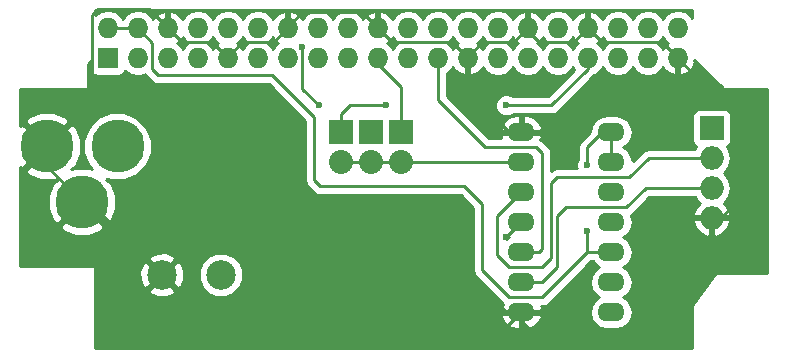
<source format=gbr>
G04 #@! TF.FileFunction,Copper,L1,Top,Signal*
%FSLAX46Y46*%
G04 Gerber Fmt 4.6, Leading zero omitted, Abs format (unit mm)*
G04 Created by KiCad (PCBNEW 4.0.6) date Thu Jul 20 07:37:46 2017*
%MOMM*%
%LPD*%
G01*
G04 APERTURE LIST*
%ADD10C,0.100000*%
%ADD11R,1.727200X1.727200*%
%ADD12O,1.727200X1.727200*%
%ADD13C,4.500000*%
%ADD14C,2.500000*%
%ADD15O,1.998980X1.998980*%
%ADD16R,1.998980X1.998980*%
%ADD17R,2.032000X2.032000*%
%ADD18O,2.032000X2.032000*%
%ADD19O,2.300000X1.600000*%
%ADD20C,0.600000*%
%ADD21C,0.250000*%
%ADD22C,0.254000*%
G04 APERTURE END LIST*
D10*
D11*
X20870000Y-29270000D03*
D12*
X20870000Y-26730000D03*
X23410000Y-29270000D03*
X23410000Y-26730000D03*
X25950000Y-29270000D03*
X25950000Y-26730000D03*
X28490000Y-29270000D03*
X28490000Y-26730000D03*
X31030000Y-29270000D03*
X31030000Y-26730000D03*
X33570000Y-29270000D03*
X33570000Y-26730000D03*
X36110000Y-29270000D03*
X36110000Y-26730000D03*
X38650000Y-29270000D03*
X38650000Y-26730000D03*
X41190000Y-29270000D03*
X41190000Y-26730000D03*
X43730000Y-29270000D03*
X43730000Y-26730000D03*
X46270000Y-29270000D03*
X46270000Y-26730000D03*
X48810000Y-29270000D03*
X48810000Y-26730000D03*
X51350000Y-29270000D03*
X51350000Y-26730000D03*
X53890000Y-29270000D03*
X53890000Y-26730000D03*
X56430000Y-29270000D03*
X56430000Y-26730000D03*
X58970000Y-29270000D03*
X58970000Y-26730000D03*
X61510000Y-29270000D03*
X61510000Y-26730000D03*
X64050000Y-29270000D03*
X64050000Y-26730000D03*
X66590000Y-29270000D03*
X66590000Y-26730000D03*
X69130000Y-29270000D03*
X69130000Y-26730000D03*
D13*
X21700140Y-36750000D03*
X15700660Y-36750000D03*
X18700400Y-41449000D03*
D14*
X25440000Y-47625000D03*
X30440000Y-47625000D03*
D15*
X72000000Y-42810000D03*
D16*
X72000000Y-35190000D03*
D15*
X72000000Y-37730000D03*
X72000000Y-40270000D03*
D17*
X45720000Y-35560000D03*
D18*
X45720000Y-38100000D03*
D17*
X40640000Y-35560000D03*
D18*
X40640000Y-38100000D03*
D17*
X43180000Y-35560000D03*
D18*
X43180000Y-38100000D03*
D19*
X55880000Y-35560000D03*
X55880000Y-38100000D03*
X55880000Y-40640000D03*
X55880000Y-43180000D03*
X55880000Y-45720000D03*
X55880000Y-48260000D03*
X55880000Y-50800000D03*
X63500000Y-50800000D03*
X63500000Y-48260000D03*
X63500000Y-45720000D03*
X63500000Y-43180000D03*
X63500000Y-40640000D03*
X63500000Y-38100000D03*
X63500000Y-35560000D03*
D20*
X54102000Y-50292000D03*
X54610000Y-44450000D03*
X61468000Y-43942000D03*
X61468000Y-38354000D03*
X54610000Y-33274000D03*
X44450000Y-33274000D03*
X37338000Y-28321000D03*
X38735000Y-33274000D03*
D21*
X18700400Y-41449000D02*
X19264000Y-41449000D01*
X19264000Y-41449000D02*
X25440000Y-47625000D01*
X25654000Y-52832000D02*
X25400000Y-52832000D01*
X55880000Y-50800000D02*
X53848000Y-52832000D01*
X25654000Y-52832000D02*
X53848000Y-52832000D01*
X24130000Y-48935000D02*
X25440000Y-47625000D01*
X24130000Y-51562000D02*
X24130000Y-48935000D01*
X25400000Y-52832000D02*
X24130000Y-51562000D01*
X15700660Y-36750000D02*
X15828000Y-36750000D01*
X15828000Y-36750000D02*
X19558000Y-33020000D01*
X24366000Y-25146000D02*
X25950000Y-26730000D01*
X20066000Y-25146000D02*
X24366000Y-25146000D01*
X19558000Y-25654000D02*
X20066000Y-25146000D01*
X19558000Y-33020000D02*
X19558000Y-25654000D01*
X55880000Y-43180000D02*
X54610000Y-44450000D01*
X54610000Y-50800000D02*
X55880000Y-50800000D01*
X54102000Y-50292000D02*
X54610000Y-50800000D01*
X55880000Y-50800000D02*
X55880000Y-51562000D01*
X55880000Y-51562000D02*
X57150000Y-52832000D01*
X72000000Y-47126000D02*
X72000000Y-42810000D01*
X66294000Y-52832000D02*
X72000000Y-47126000D01*
X57150000Y-52832000D02*
X66294000Y-52832000D01*
X15700660Y-36750000D02*
X15700660Y-38449260D01*
X15700660Y-38449260D02*
X18700400Y-41449000D01*
X72000000Y-42810000D02*
X72760000Y-42810000D01*
X72760000Y-42810000D02*
X73914000Y-41656000D01*
X73914000Y-41656000D02*
X73914000Y-34054000D01*
X73914000Y-34054000D02*
X69130000Y-29270000D01*
X61510000Y-26730000D02*
X61528000Y-26730000D01*
X61528000Y-26730000D02*
X62738000Y-27940000D01*
X67800000Y-27940000D02*
X69130000Y-29270000D01*
X62738000Y-27940000D02*
X67800000Y-27940000D01*
X56430000Y-26730000D02*
X56430000Y-26966000D01*
X56430000Y-26966000D02*
X57404000Y-27940000D01*
X60300000Y-27940000D02*
X61510000Y-26730000D01*
X57404000Y-27940000D02*
X60300000Y-27940000D01*
X51350000Y-29270000D02*
X51350000Y-29168000D01*
X51350000Y-29168000D02*
X52578000Y-27940000D01*
X55220000Y-27940000D02*
X56430000Y-26730000D01*
X52578000Y-27940000D02*
X55220000Y-27940000D01*
X43730000Y-26730000D02*
X43748000Y-26730000D01*
X43748000Y-26730000D02*
X44958000Y-27940000D01*
X50020000Y-27940000D02*
X51350000Y-29270000D01*
X44958000Y-27940000D02*
X50020000Y-27940000D01*
X36110000Y-26730000D02*
X36110000Y-26628000D01*
X36110000Y-26628000D02*
X37338000Y-25400000D01*
X42400000Y-25400000D02*
X43730000Y-26730000D01*
X37338000Y-25400000D02*
X42400000Y-25400000D01*
X31030000Y-29270000D02*
X31030000Y-29168000D01*
X31030000Y-29168000D02*
X32258000Y-27940000D01*
X34900000Y-27940000D02*
X36110000Y-26730000D01*
X32258000Y-27940000D02*
X34900000Y-27940000D01*
X25950000Y-26730000D02*
X25968000Y-26730000D01*
X25968000Y-26730000D02*
X27178000Y-27940000D01*
X27178000Y-27940000D02*
X29700000Y-27940000D01*
X29700000Y-27940000D02*
X31030000Y-29270000D01*
X55880000Y-35560000D02*
X54864000Y-35560000D01*
X54864000Y-35560000D02*
X51350000Y-32046000D01*
X51350000Y-32046000D02*
X51350000Y-29270000D01*
X63500000Y-35560000D02*
X62738000Y-35560000D01*
X62738000Y-35560000D02*
X61468000Y-36830000D01*
X61468000Y-43942000D02*
X61468000Y-45720000D01*
X61468000Y-36830000D02*
X61468000Y-38354000D01*
X63500000Y-35560000D02*
X63500000Y-38100000D01*
X23410000Y-26730000D02*
X20870000Y-26730000D01*
X63500000Y-45720000D02*
X61468000Y-45720000D01*
X24638000Y-27958000D02*
X23410000Y-26730000D01*
X24638000Y-30226000D02*
X24638000Y-27958000D01*
X25146000Y-30734000D02*
X24638000Y-30226000D01*
X34798000Y-30734000D02*
X25146000Y-30734000D01*
X38354000Y-34290000D02*
X34798000Y-30734000D01*
X38354000Y-39624000D02*
X38354000Y-34290000D01*
X38862000Y-40132000D02*
X38354000Y-39624000D01*
X51054000Y-40132000D02*
X38862000Y-40132000D01*
X52578000Y-41656000D02*
X51054000Y-40132000D01*
X52578000Y-47244000D02*
X52578000Y-41656000D01*
X54864000Y-49530000D02*
X52578000Y-47244000D01*
X57658000Y-49530000D02*
X54864000Y-49530000D01*
X61468000Y-45720000D02*
X57658000Y-49530000D01*
X40640000Y-35560000D02*
X40640000Y-34036000D01*
X61510000Y-30184000D02*
X61510000Y-29270000D01*
X58420000Y-33274000D02*
X61510000Y-30184000D01*
X54610000Y-33274000D02*
X58420000Y-33274000D01*
X41402000Y-33274000D02*
X44450000Y-33274000D01*
X40640000Y-34036000D02*
X41402000Y-33274000D01*
X37338000Y-31877000D02*
X37338000Y-28321000D01*
X38735000Y-33274000D02*
X37338000Y-31877000D01*
X45720000Y-35560000D02*
X45720000Y-31750000D01*
X45720000Y-31750000D02*
X43730000Y-29760000D01*
X43730000Y-29760000D02*
X43730000Y-29270000D01*
X55880000Y-45720000D02*
X57404000Y-45720000D01*
X48810000Y-32808000D02*
X48810000Y-29270000D01*
X52832000Y-36830000D02*
X48810000Y-32808000D01*
X57150000Y-36830000D02*
X52832000Y-36830000D01*
X57658000Y-37338000D02*
X57150000Y-36830000D01*
X57658000Y-45466000D02*
X57658000Y-37338000D01*
X57404000Y-45720000D02*
X57658000Y-45466000D01*
X40640000Y-38100000D02*
X43180000Y-38100000D01*
X43180000Y-38100000D02*
X45720000Y-38100000D01*
X45720000Y-38100000D02*
X55880000Y-38100000D01*
X72000000Y-37730000D02*
X66664000Y-37730000D01*
X53848000Y-42672000D02*
X55880000Y-40640000D01*
X53848000Y-45974000D02*
X53848000Y-42672000D01*
X54864000Y-46990000D02*
X53848000Y-45974000D01*
X57658000Y-46990000D02*
X54864000Y-46990000D01*
X58420000Y-46228000D02*
X57658000Y-46990000D01*
X58420000Y-39878000D02*
X58420000Y-46228000D01*
X58928000Y-39370000D02*
X58420000Y-39878000D01*
X65024000Y-39370000D02*
X58928000Y-39370000D01*
X66664000Y-37730000D02*
X65024000Y-39370000D01*
X72000000Y-40270000D02*
X66410000Y-40270000D01*
X57658000Y-48260000D02*
X55880000Y-48260000D01*
X58928000Y-46990000D02*
X57658000Y-48260000D01*
X58928000Y-42614002D02*
X58928000Y-46990000D01*
X59632002Y-41910000D02*
X58928000Y-42614002D01*
X64770000Y-41910000D02*
X59632002Y-41910000D01*
X66410000Y-40270000D02*
X64770000Y-41910000D01*
D22*
G36*
X51477000Y-29143000D02*
X51497000Y-29143000D01*
X51497000Y-29397000D01*
X51477000Y-29397000D01*
X51477000Y-30603817D01*
X51709026Y-30724958D01*
X52124947Y-30552688D01*
X52556821Y-30158490D01*
X52614336Y-30035772D01*
X52830330Y-30359029D01*
X53316511Y-30683885D01*
X53890000Y-30797959D01*
X54463489Y-30683885D01*
X54949670Y-30359029D01*
X55160000Y-30044248D01*
X55370330Y-30359029D01*
X55856511Y-30683885D01*
X56430000Y-30797959D01*
X57003489Y-30683885D01*
X57489670Y-30359029D01*
X57700000Y-30044248D01*
X57910330Y-30359029D01*
X58396511Y-30683885D01*
X58970000Y-30797959D01*
X59543489Y-30683885D01*
X60029670Y-30359029D01*
X60240000Y-30044248D01*
X60374162Y-30245036D01*
X58105198Y-32514000D01*
X55172463Y-32514000D01*
X55140327Y-32481808D01*
X54796799Y-32339162D01*
X54424833Y-32338838D01*
X54081057Y-32480883D01*
X53817808Y-32743673D01*
X53675162Y-33087201D01*
X53674838Y-33459167D01*
X53816883Y-33802943D01*
X54079673Y-34066192D01*
X54423201Y-34208838D01*
X54795167Y-34209162D01*
X55138943Y-34067117D01*
X55172118Y-34034000D01*
X58420000Y-34034000D01*
X58710839Y-33976148D01*
X58957401Y-33811401D01*
X62047401Y-30721401D01*
X62070779Y-30686413D01*
X62083489Y-30683885D01*
X62569670Y-30359029D01*
X62780000Y-30044248D01*
X62990330Y-30359029D01*
X63476511Y-30683885D01*
X64050000Y-30797959D01*
X64623489Y-30683885D01*
X65109670Y-30359029D01*
X65320000Y-30044248D01*
X65530330Y-30359029D01*
X66016511Y-30683885D01*
X66590000Y-30797959D01*
X67163489Y-30683885D01*
X67649670Y-30359029D01*
X67865664Y-30035772D01*
X67923179Y-30158490D01*
X68355053Y-30552688D01*
X68770974Y-30724958D01*
X69003000Y-30603817D01*
X69003000Y-29397000D01*
X68983000Y-29397000D01*
X68983000Y-29143000D01*
X69003000Y-29143000D01*
X69003000Y-29123000D01*
X69257000Y-29123000D01*
X69257000Y-29143000D01*
X69277000Y-29143000D01*
X69277000Y-29397000D01*
X69257000Y-29397000D01*
X69257000Y-30603817D01*
X69489026Y-30724958D01*
X69904947Y-30552688D01*
X70336821Y-30158490D01*
X70584968Y-29629027D01*
X70464470Y-29397002D01*
X70492396Y-29397002D01*
X72935197Y-31839803D01*
X72977211Y-31867666D01*
X73025000Y-31877000D01*
X76708000Y-31877000D01*
X76708000Y-47498000D01*
X72390000Y-47498000D01*
X72340590Y-47508006D01*
X72288400Y-47548800D01*
X70383400Y-50088800D01*
X70361759Y-50134332D01*
X70358000Y-50165000D01*
X70358000Y-53815000D01*
X19812000Y-53815000D01*
X19812000Y-51149039D01*
X54138096Y-51149039D01*
X54155633Y-51231819D01*
X54425500Y-51724896D01*
X54863517Y-52077166D01*
X55403000Y-52235000D01*
X55753000Y-52235000D01*
X55753000Y-50927000D01*
X56007000Y-50927000D01*
X56007000Y-52235000D01*
X56357000Y-52235000D01*
X56896483Y-52077166D01*
X57334500Y-51724896D01*
X57604367Y-51231819D01*
X57621904Y-51149039D01*
X57499915Y-50927000D01*
X56007000Y-50927000D01*
X55753000Y-50927000D01*
X54260085Y-50927000D01*
X54138096Y-51149039D01*
X19812000Y-51149039D01*
X19812000Y-48958320D01*
X24286285Y-48958320D01*
X24415533Y-49251123D01*
X25115806Y-49519388D01*
X25865435Y-49499250D01*
X26464467Y-49251123D01*
X26593715Y-48958320D01*
X25440000Y-47804605D01*
X24286285Y-48958320D01*
X19812000Y-48958320D01*
X19812000Y-47300806D01*
X23545612Y-47300806D01*
X23565750Y-48050435D01*
X23813877Y-48649467D01*
X24106680Y-48778715D01*
X25260395Y-47625000D01*
X25619605Y-47625000D01*
X26773320Y-48778715D01*
X27066123Y-48649467D01*
X27315574Y-47998305D01*
X28554674Y-47998305D01*
X28841043Y-48691372D01*
X29370839Y-49222093D01*
X30063405Y-49509672D01*
X30813305Y-49510326D01*
X31506372Y-49223957D01*
X32037093Y-48694161D01*
X32324672Y-48001595D01*
X32325326Y-47251695D01*
X32038957Y-46558628D01*
X31509161Y-46027907D01*
X30816595Y-45740328D01*
X30066695Y-45739674D01*
X29373628Y-46026043D01*
X28842907Y-46555839D01*
X28555328Y-47248405D01*
X28554674Y-47998305D01*
X27315574Y-47998305D01*
X27334388Y-47949194D01*
X27314250Y-47199565D01*
X27066123Y-46600533D01*
X26773320Y-46471285D01*
X25619605Y-47625000D01*
X25260395Y-47625000D01*
X24106680Y-46471285D01*
X23813877Y-46600533D01*
X23545612Y-47300806D01*
X19812000Y-47300806D01*
X19812000Y-46990000D01*
X19801994Y-46940590D01*
X19773553Y-46898965D01*
X19731159Y-46871685D01*
X19685000Y-46863000D01*
X13462000Y-46863000D01*
X13462000Y-46291680D01*
X24286285Y-46291680D01*
X25440000Y-47445395D01*
X26593715Y-46291680D01*
X26464467Y-45998877D01*
X25764194Y-45730612D01*
X25014565Y-45750750D01*
X24415533Y-45998877D01*
X24286285Y-46291680D01*
X13462000Y-46291680D01*
X13462000Y-43504467D01*
X16824538Y-43504467D01*
X17075775Y-43901169D01*
X18137846Y-44336227D01*
X19285562Y-44331730D01*
X20325025Y-43901169D01*
X20576262Y-43504467D01*
X18700400Y-41628605D01*
X16824538Y-43504467D01*
X13462000Y-43504467D01*
X13462000Y-38805467D01*
X13824798Y-38805467D01*
X14076035Y-39202169D01*
X15138106Y-39637227D01*
X16285822Y-39632730D01*
X16581887Y-39510095D01*
X16644931Y-39573139D01*
X16248231Y-39824375D01*
X15813173Y-40886446D01*
X15817670Y-42034162D01*
X16248231Y-43073625D01*
X16644933Y-43324862D01*
X18520795Y-41449000D01*
X18506653Y-41434858D01*
X18686258Y-41255253D01*
X18700400Y-41269395D01*
X18714543Y-41255253D01*
X18894148Y-41434858D01*
X18880005Y-41449000D01*
X20755867Y-43324862D01*
X21152569Y-43073625D01*
X21587627Y-42011554D01*
X21583130Y-40863838D01*
X21152569Y-39824375D01*
X20755869Y-39573139D01*
X20820454Y-39508554D01*
X21123760Y-39634498D01*
X22271484Y-39635499D01*
X23332226Y-39197210D01*
X24144497Y-38386355D01*
X24584638Y-37326380D01*
X24585639Y-36178656D01*
X24147350Y-35117914D01*
X23336495Y-34305643D01*
X22276520Y-33865502D01*
X21128796Y-33864501D01*
X20068054Y-34302790D01*
X19255783Y-35113645D01*
X18815642Y-36173620D01*
X18814641Y-37321344D01*
X19252930Y-38382086D01*
X19549462Y-38679136D01*
X19262954Y-38561773D01*
X18115238Y-38566270D01*
X17819173Y-38688905D01*
X17756129Y-38625861D01*
X18152829Y-38374625D01*
X18587887Y-37312554D01*
X18583390Y-36164838D01*
X18152829Y-35125375D01*
X17756127Y-34874138D01*
X15880265Y-36750000D01*
X15894408Y-36764143D01*
X15714803Y-36943748D01*
X15700660Y-36929605D01*
X13824798Y-38805467D01*
X13462000Y-38805467D01*
X13462000Y-38509843D01*
X13645193Y-38625862D01*
X15521055Y-36750000D01*
X13645193Y-34874138D01*
X13462000Y-34990157D01*
X13462000Y-34694533D01*
X13824798Y-34694533D01*
X15700660Y-36570395D01*
X17576522Y-34694533D01*
X17325285Y-34297831D01*
X16263214Y-33862773D01*
X15115498Y-33867270D01*
X14076035Y-34297831D01*
X13824798Y-34694533D01*
X13462000Y-34694533D01*
X13462000Y-31877000D01*
X19050000Y-31877000D01*
X19099410Y-31866994D01*
X19141035Y-31838553D01*
X19168315Y-31796159D01*
X19177000Y-31750000D01*
X19177000Y-29874980D01*
X19358960Y-29511060D01*
X19358960Y-30133600D01*
X19403238Y-30368917D01*
X19542310Y-30585041D01*
X19754510Y-30730031D01*
X20006400Y-30781040D01*
X21733600Y-30781040D01*
X21968917Y-30736762D01*
X22185041Y-30597690D01*
X22330031Y-30385490D01*
X22338864Y-30341869D01*
X22350330Y-30359029D01*
X22836511Y-30683885D01*
X23410000Y-30797959D01*
X23983489Y-30683885D01*
X24027721Y-30654330D01*
X24100599Y-30763401D01*
X24608599Y-31271401D01*
X24855161Y-31436148D01*
X25146000Y-31494000D01*
X34483198Y-31494000D01*
X37594000Y-34604802D01*
X37594000Y-39624000D01*
X37651852Y-39914839D01*
X37816599Y-40161401D01*
X38324599Y-40669401D01*
X38571161Y-40834148D01*
X38862000Y-40892000D01*
X50739198Y-40892000D01*
X51818000Y-41970802D01*
X51818000Y-47244000D01*
X51875852Y-47534839D01*
X52040599Y-47781401D01*
X54322498Y-50063300D01*
X54155633Y-50368181D01*
X54138096Y-50450961D01*
X54260085Y-50673000D01*
X55753000Y-50673000D01*
X55753000Y-50653000D01*
X56007000Y-50653000D01*
X56007000Y-50673000D01*
X57499915Y-50673000D01*
X57621904Y-50450961D01*
X57604367Y-50368181D01*
X57561578Y-50290000D01*
X57658000Y-50290000D01*
X57948839Y-50232148D01*
X58195401Y-50067401D01*
X61782802Y-46480000D01*
X61930148Y-46480000D01*
X62100332Y-46734698D01*
X62482418Y-46990000D01*
X62100332Y-47245302D01*
X61789263Y-47710849D01*
X61680030Y-48260000D01*
X61789263Y-48809151D01*
X62100332Y-49274698D01*
X62482418Y-49530000D01*
X62100332Y-49785302D01*
X61789263Y-50250849D01*
X61680030Y-50800000D01*
X61789263Y-51349151D01*
X62100332Y-51814698D01*
X62565879Y-52125767D01*
X63115030Y-52235000D01*
X63884970Y-52235000D01*
X64434121Y-52125767D01*
X64899668Y-51814698D01*
X65210737Y-51349151D01*
X65319970Y-50800000D01*
X65210737Y-50250849D01*
X64899668Y-49785302D01*
X64517582Y-49530000D01*
X64899668Y-49274698D01*
X65210737Y-48809151D01*
X65319970Y-48260000D01*
X65210737Y-47710849D01*
X64899668Y-47245302D01*
X64517582Y-46990000D01*
X64899668Y-46734698D01*
X65210737Y-46269151D01*
X65319970Y-45720000D01*
X65210737Y-45170849D01*
X64899668Y-44705302D01*
X64517582Y-44450000D01*
X64899668Y-44194698D01*
X65210737Y-43729151D01*
X65317910Y-43190355D01*
X70410373Y-43190355D01*
X70676932Y-43769726D01*
X71144916Y-44202987D01*
X71619646Y-44399619D01*
X71873000Y-44280265D01*
X71873000Y-42937000D01*
X72127000Y-42937000D01*
X72127000Y-44280265D01*
X72380354Y-44399619D01*
X72855084Y-44202987D01*
X73323068Y-43769726D01*
X73589627Y-43190355D01*
X73470807Y-42937000D01*
X72127000Y-42937000D01*
X71873000Y-42937000D01*
X70529193Y-42937000D01*
X70410373Y-43190355D01*
X65317910Y-43190355D01*
X65319970Y-43180000D01*
X65210737Y-42630849D01*
X65155831Y-42548677D01*
X65307401Y-42447401D01*
X66724802Y-41030000D01*
X70558407Y-41030000D01*
X70844241Y-41457781D01*
X70993300Y-41557379D01*
X70676932Y-41850274D01*
X70410373Y-42429645D01*
X70529193Y-42683000D01*
X71873000Y-42683000D01*
X71873000Y-42663000D01*
X72127000Y-42663000D01*
X72127000Y-42683000D01*
X73470807Y-42683000D01*
X73589627Y-42429645D01*
X73323068Y-41850274D01*
X73006700Y-41557379D01*
X73155759Y-41457781D01*
X73510072Y-40927514D01*
X73634490Y-40302022D01*
X73634490Y-40237978D01*
X73510072Y-39612486D01*
X73155759Y-39082219D01*
X73032710Y-39000000D01*
X73155759Y-38917781D01*
X73510072Y-38387514D01*
X73634490Y-37762022D01*
X73634490Y-37697978D01*
X73510072Y-37072486D01*
X73296547Y-36752923D01*
X73450931Y-36653580D01*
X73595921Y-36441380D01*
X73646930Y-36189490D01*
X73646930Y-34190510D01*
X73602652Y-33955193D01*
X73463580Y-33739069D01*
X73251380Y-33594079D01*
X72999490Y-33543070D01*
X71000510Y-33543070D01*
X70765193Y-33587348D01*
X70549069Y-33726420D01*
X70404079Y-33938620D01*
X70353070Y-34190510D01*
X70353070Y-36189490D01*
X70397348Y-36424807D01*
X70536420Y-36640931D01*
X70702473Y-36754390D01*
X70558407Y-36970000D01*
X66664000Y-36970000D01*
X66373160Y-37027852D01*
X66126599Y-37192599D01*
X65303251Y-38015947D01*
X65210737Y-37550849D01*
X64899668Y-37085302D01*
X64517582Y-36830000D01*
X64899668Y-36574698D01*
X65210737Y-36109151D01*
X65319970Y-35560000D01*
X65210737Y-35010849D01*
X64899668Y-34545302D01*
X64434121Y-34234233D01*
X63884970Y-34125000D01*
X63115030Y-34125000D01*
X62565879Y-34234233D01*
X62100332Y-34545302D01*
X61789263Y-35010849D01*
X61684209Y-35538989D01*
X60930599Y-36292599D01*
X60765852Y-36539161D01*
X60708000Y-36830000D01*
X60708000Y-37791537D01*
X60675808Y-37823673D01*
X60533162Y-38167201D01*
X60532838Y-38539167D01*
X60562106Y-38610000D01*
X58928000Y-38610000D01*
X58637161Y-38667852D01*
X58637159Y-38667853D01*
X58637160Y-38667853D01*
X58418000Y-38814290D01*
X58418000Y-37338000D01*
X58360148Y-37047161D01*
X58195401Y-36800599D01*
X57687401Y-36292599D01*
X57506062Y-36171433D01*
X57604367Y-35991819D01*
X57621904Y-35909039D01*
X57499915Y-35687000D01*
X56007000Y-35687000D01*
X56007000Y-35707000D01*
X55753000Y-35707000D01*
X55753000Y-35687000D01*
X54260085Y-35687000D01*
X54138096Y-35909039D01*
X54155633Y-35991819D01*
X54198422Y-36070000D01*
X53146802Y-36070000D01*
X52287763Y-35210961D01*
X54138096Y-35210961D01*
X54260085Y-35433000D01*
X55753000Y-35433000D01*
X55753000Y-34125000D01*
X56007000Y-34125000D01*
X56007000Y-35433000D01*
X57499915Y-35433000D01*
X57621904Y-35210961D01*
X57604367Y-35128181D01*
X57334500Y-34635104D01*
X56896483Y-34282834D01*
X56357000Y-34125000D01*
X56007000Y-34125000D01*
X55753000Y-34125000D01*
X55403000Y-34125000D01*
X54863517Y-34282834D01*
X54425500Y-34635104D01*
X54155633Y-35128181D01*
X54138096Y-35210961D01*
X52287763Y-35210961D01*
X49570000Y-32493198D01*
X49570000Y-30559262D01*
X49869670Y-30359029D01*
X50085664Y-30035772D01*
X50143179Y-30158490D01*
X50575053Y-30552688D01*
X50990974Y-30724958D01*
X51223000Y-30603817D01*
X51223000Y-29397000D01*
X51203000Y-29397000D01*
X51203000Y-29143000D01*
X51223000Y-29143000D01*
X51223000Y-29123000D01*
X51477000Y-29123000D01*
X51477000Y-29143000D01*
X51477000Y-29143000D01*
G37*
X51477000Y-29143000D02*
X51497000Y-29143000D01*
X51497000Y-29397000D01*
X51477000Y-29397000D01*
X51477000Y-30603817D01*
X51709026Y-30724958D01*
X52124947Y-30552688D01*
X52556821Y-30158490D01*
X52614336Y-30035772D01*
X52830330Y-30359029D01*
X53316511Y-30683885D01*
X53890000Y-30797959D01*
X54463489Y-30683885D01*
X54949670Y-30359029D01*
X55160000Y-30044248D01*
X55370330Y-30359029D01*
X55856511Y-30683885D01*
X56430000Y-30797959D01*
X57003489Y-30683885D01*
X57489670Y-30359029D01*
X57700000Y-30044248D01*
X57910330Y-30359029D01*
X58396511Y-30683885D01*
X58970000Y-30797959D01*
X59543489Y-30683885D01*
X60029670Y-30359029D01*
X60240000Y-30044248D01*
X60374162Y-30245036D01*
X58105198Y-32514000D01*
X55172463Y-32514000D01*
X55140327Y-32481808D01*
X54796799Y-32339162D01*
X54424833Y-32338838D01*
X54081057Y-32480883D01*
X53817808Y-32743673D01*
X53675162Y-33087201D01*
X53674838Y-33459167D01*
X53816883Y-33802943D01*
X54079673Y-34066192D01*
X54423201Y-34208838D01*
X54795167Y-34209162D01*
X55138943Y-34067117D01*
X55172118Y-34034000D01*
X58420000Y-34034000D01*
X58710839Y-33976148D01*
X58957401Y-33811401D01*
X62047401Y-30721401D01*
X62070779Y-30686413D01*
X62083489Y-30683885D01*
X62569670Y-30359029D01*
X62780000Y-30044248D01*
X62990330Y-30359029D01*
X63476511Y-30683885D01*
X64050000Y-30797959D01*
X64623489Y-30683885D01*
X65109670Y-30359029D01*
X65320000Y-30044248D01*
X65530330Y-30359029D01*
X66016511Y-30683885D01*
X66590000Y-30797959D01*
X67163489Y-30683885D01*
X67649670Y-30359029D01*
X67865664Y-30035772D01*
X67923179Y-30158490D01*
X68355053Y-30552688D01*
X68770974Y-30724958D01*
X69003000Y-30603817D01*
X69003000Y-29397000D01*
X68983000Y-29397000D01*
X68983000Y-29143000D01*
X69003000Y-29143000D01*
X69003000Y-29123000D01*
X69257000Y-29123000D01*
X69257000Y-29143000D01*
X69277000Y-29143000D01*
X69277000Y-29397000D01*
X69257000Y-29397000D01*
X69257000Y-30603817D01*
X69489026Y-30724958D01*
X69904947Y-30552688D01*
X70336821Y-30158490D01*
X70584968Y-29629027D01*
X70464470Y-29397002D01*
X70492396Y-29397002D01*
X72935197Y-31839803D01*
X72977211Y-31867666D01*
X73025000Y-31877000D01*
X76708000Y-31877000D01*
X76708000Y-47498000D01*
X72390000Y-47498000D01*
X72340590Y-47508006D01*
X72288400Y-47548800D01*
X70383400Y-50088800D01*
X70361759Y-50134332D01*
X70358000Y-50165000D01*
X70358000Y-53815000D01*
X19812000Y-53815000D01*
X19812000Y-51149039D01*
X54138096Y-51149039D01*
X54155633Y-51231819D01*
X54425500Y-51724896D01*
X54863517Y-52077166D01*
X55403000Y-52235000D01*
X55753000Y-52235000D01*
X55753000Y-50927000D01*
X56007000Y-50927000D01*
X56007000Y-52235000D01*
X56357000Y-52235000D01*
X56896483Y-52077166D01*
X57334500Y-51724896D01*
X57604367Y-51231819D01*
X57621904Y-51149039D01*
X57499915Y-50927000D01*
X56007000Y-50927000D01*
X55753000Y-50927000D01*
X54260085Y-50927000D01*
X54138096Y-51149039D01*
X19812000Y-51149039D01*
X19812000Y-48958320D01*
X24286285Y-48958320D01*
X24415533Y-49251123D01*
X25115806Y-49519388D01*
X25865435Y-49499250D01*
X26464467Y-49251123D01*
X26593715Y-48958320D01*
X25440000Y-47804605D01*
X24286285Y-48958320D01*
X19812000Y-48958320D01*
X19812000Y-47300806D01*
X23545612Y-47300806D01*
X23565750Y-48050435D01*
X23813877Y-48649467D01*
X24106680Y-48778715D01*
X25260395Y-47625000D01*
X25619605Y-47625000D01*
X26773320Y-48778715D01*
X27066123Y-48649467D01*
X27315574Y-47998305D01*
X28554674Y-47998305D01*
X28841043Y-48691372D01*
X29370839Y-49222093D01*
X30063405Y-49509672D01*
X30813305Y-49510326D01*
X31506372Y-49223957D01*
X32037093Y-48694161D01*
X32324672Y-48001595D01*
X32325326Y-47251695D01*
X32038957Y-46558628D01*
X31509161Y-46027907D01*
X30816595Y-45740328D01*
X30066695Y-45739674D01*
X29373628Y-46026043D01*
X28842907Y-46555839D01*
X28555328Y-47248405D01*
X28554674Y-47998305D01*
X27315574Y-47998305D01*
X27334388Y-47949194D01*
X27314250Y-47199565D01*
X27066123Y-46600533D01*
X26773320Y-46471285D01*
X25619605Y-47625000D01*
X25260395Y-47625000D01*
X24106680Y-46471285D01*
X23813877Y-46600533D01*
X23545612Y-47300806D01*
X19812000Y-47300806D01*
X19812000Y-46990000D01*
X19801994Y-46940590D01*
X19773553Y-46898965D01*
X19731159Y-46871685D01*
X19685000Y-46863000D01*
X13462000Y-46863000D01*
X13462000Y-46291680D01*
X24286285Y-46291680D01*
X25440000Y-47445395D01*
X26593715Y-46291680D01*
X26464467Y-45998877D01*
X25764194Y-45730612D01*
X25014565Y-45750750D01*
X24415533Y-45998877D01*
X24286285Y-46291680D01*
X13462000Y-46291680D01*
X13462000Y-43504467D01*
X16824538Y-43504467D01*
X17075775Y-43901169D01*
X18137846Y-44336227D01*
X19285562Y-44331730D01*
X20325025Y-43901169D01*
X20576262Y-43504467D01*
X18700400Y-41628605D01*
X16824538Y-43504467D01*
X13462000Y-43504467D01*
X13462000Y-38805467D01*
X13824798Y-38805467D01*
X14076035Y-39202169D01*
X15138106Y-39637227D01*
X16285822Y-39632730D01*
X16581887Y-39510095D01*
X16644931Y-39573139D01*
X16248231Y-39824375D01*
X15813173Y-40886446D01*
X15817670Y-42034162D01*
X16248231Y-43073625D01*
X16644933Y-43324862D01*
X18520795Y-41449000D01*
X18506653Y-41434858D01*
X18686258Y-41255253D01*
X18700400Y-41269395D01*
X18714543Y-41255253D01*
X18894148Y-41434858D01*
X18880005Y-41449000D01*
X20755867Y-43324862D01*
X21152569Y-43073625D01*
X21587627Y-42011554D01*
X21583130Y-40863838D01*
X21152569Y-39824375D01*
X20755869Y-39573139D01*
X20820454Y-39508554D01*
X21123760Y-39634498D01*
X22271484Y-39635499D01*
X23332226Y-39197210D01*
X24144497Y-38386355D01*
X24584638Y-37326380D01*
X24585639Y-36178656D01*
X24147350Y-35117914D01*
X23336495Y-34305643D01*
X22276520Y-33865502D01*
X21128796Y-33864501D01*
X20068054Y-34302790D01*
X19255783Y-35113645D01*
X18815642Y-36173620D01*
X18814641Y-37321344D01*
X19252930Y-38382086D01*
X19549462Y-38679136D01*
X19262954Y-38561773D01*
X18115238Y-38566270D01*
X17819173Y-38688905D01*
X17756129Y-38625861D01*
X18152829Y-38374625D01*
X18587887Y-37312554D01*
X18583390Y-36164838D01*
X18152829Y-35125375D01*
X17756127Y-34874138D01*
X15880265Y-36750000D01*
X15894408Y-36764143D01*
X15714803Y-36943748D01*
X15700660Y-36929605D01*
X13824798Y-38805467D01*
X13462000Y-38805467D01*
X13462000Y-38509843D01*
X13645193Y-38625862D01*
X15521055Y-36750000D01*
X13645193Y-34874138D01*
X13462000Y-34990157D01*
X13462000Y-34694533D01*
X13824798Y-34694533D01*
X15700660Y-36570395D01*
X17576522Y-34694533D01*
X17325285Y-34297831D01*
X16263214Y-33862773D01*
X15115498Y-33867270D01*
X14076035Y-34297831D01*
X13824798Y-34694533D01*
X13462000Y-34694533D01*
X13462000Y-31877000D01*
X19050000Y-31877000D01*
X19099410Y-31866994D01*
X19141035Y-31838553D01*
X19168315Y-31796159D01*
X19177000Y-31750000D01*
X19177000Y-29874980D01*
X19358960Y-29511060D01*
X19358960Y-30133600D01*
X19403238Y-30368917D01*
X19542310Y-30585041D01*
X19754510Y-30730031D01*
X20006400Y-30781040D01*
X21733600Y-30781040D01*
X21968917Y-30736762D01*
X22185041Y-30597690D01*
X22330031Y-30385490D01*
X22338864Y-30341869D01*
X22350330Y-30359029D01*
X22836511Y-30683885D01*
X23410000Y-30797959D01*
X23983489Y-30683885D01*
X24027721Y-30654330D01*
X24100599Y-30763401D01*
X24608599Y-31271401D01*
X24855161Y-31436148D01*
X25146000Y-31494000D01*
X34483198Y-31494000D01*
X37594000Y-34604802D01*
X37594000Y-39624000D01*
X37651852Y-39914839D01*
X37816599Y-40161401D01*
X38324599Y-40669401D01*
X38571161Y-40834148D01*
X38862000Y-40892000D01*
X50739198Y-40892000D01*
X51818000Y-41970802D01*
X51818000Y-47244000D01*
X51875852Y-47534839D01*
X52040599Y-47781401D01*
X54322498Y-50063300D01*
X54155633Y-50368181D01*
X54138096Y-50450961D01*
X54260085Y-50673000D01*
X55753000Y-50673000D01*
X55753000Y-50653000D01*
X56007000Y-50653000D01*
X56007000Y-50673000D01*
X57499915Y-50673000D01*
X57621904Y-50450961D01*
X57604367Y-50368181D01*
X57561578Y-50290000D01*
X57658000Y-50290000D01*
X57948839Y-50232148D01*
X58195401Y-50067401D01*
X61782802Y-46480000D01*
X61930148Y-46480000D01*
X62100332Y-46734698D01*
X62482418Y-46990000D01*
X62100332Y-47245302D01*
X61789263Y-47710849D01*
X61680030Y-48260000D01*
X61789263Y-48809151D01*
X62100332Y-49274698D01*
X62482418Y-49530000D01*
X62100332Y-49785302D01*
X61789263Y-50250849D01*
X61680030Y-50800000D01*
X61789263Y-51349151D01*
X62100332Y-51814698D01*
X62565879Y-52125767D01*
X63115030Y-52235000D01*
X63884970Y-52235000D01*
X64434121Y-52125767D01*
X64899668Y-51814698D01*
X65210737Y-51349151D01*
X65319970Y-50800000D01*
X65210737Y-50250849D01*
X64899668Y-49785302D01*
X64517582Y-49530000D01*
X64899668Y-49274698D01*
X65210737Y-48809151D01*
X65319970Y-48260000D01*
X65210737Y-47710849D01*
X64899668Y-47245302D01*
X64517582Y-46990000D01*
X64899668Y-46734698D01*
X65210737Y-46269151D01*
X65319970Y-45720000D01*
X65210737Y-45170849D01*
X64899668Y-44705302D01*
X64517582Y-44450000D01*
X64899668Y-44194698D01*
X65210737Y-43729151D01*
X65317910Y-43190355D01*
X70410373Y-43190355D01*
X70676932Y-43769726D01*
X71144916Y-44202987D01*
X71619646Y-44399619D01*
X71873000Y-44280265D01*
X71873000Y-42937000D01*
X72127000Y-42937000D01*
X72127000Y-44280265D01*
X72380354Y-44399619D01*
X72855084Y-44202987D01*
X73323068Y-43769726D01*
X73589627Y-43190355D01*
X73470807Y-42937000D01*
X72127000Y-42937000D01*
X71873000Y-42937000D01*
X70529193Y-42937000D01*
X70410373Y-43190355D01*
X65317910Y-43190355D01*
X65319970Y-43180000D01*
X65210737Y-42630849D01*
X65155831Y-42548677D01*
X65307401Y-42447401D01*
X66724802Y-41030000D01*
X70558407Y-41030000D01*
X70844241Y-41457781D01*
X70993300Y-41557379D01*
X70676932Y-41850274D01*
X70410373Y-42429645D01*
X70529193Y-42683000D01*
X71873000Y-42683000D01*
X71873000Y-42663000D01*
X72127000Y-42663000D01*
X72127000Y-42683000D01*
X73470807Y-42683000D01*
X73589627Y-42429645D01*
X73323068Y-41850274D01*
X73006700Y-41557379D01*
X73155759Y-41457781D01*
X73510072Y-40927514D01*
X73634490Y-40302022D01*
X73634490Y-40237978D01*
X73510072Y-39612486D01*
X73155759Y-39082219D01*
X73032710Y-39000000D01*
X73155759Y-38917781D01*
X73510072Y-38387514D01*
X73634490Y-37762022D01*
X73634490Y-37697978D01*
X73510072Y-37072486D01*
X73296547Y-36752923D01*
X73450931Y-36653580D01*
X73595921Y-36441380D01*
X73646930Y-36189490D01*
X73646930Y-34190510D01*
X73602652Y-33955193D01*
X73463580Y-33739069D01*
X73251380Y-33594079D01*
X72999490Y-33543070D01*
X71000510Y-33543070D01*
X70765193Y-33587348D01*
X70549069Y-33726420D01*
X70404079Y-33938620D01*
X70353070Y-34190510D01*
X70353070Y-36189490D01*
X70397348Y-36424807D01*
X70536420Y-36640931D01*
X70702473Y-36754390D01*
X70558407Y-36970000D01*
X66664000Y-36970000D01*
X66373160Y-37027852D01*
X66126599Y-37192599D01*
X65303251Y-38015947D01*
X65210737Y-37550849D01*
X64899668Y-37085302D01*
X64517582Y-36830000D01*
X64899668Y-36574698D01*
X65210737Y-36109151D01*
X65319970Y-35560000D01*
X65210737Y-35010849D01*
X64899668Y-34545302D01*
X64434121Y-34234233D01*
X63884970Y-34125000D01*
X63115030Y-34125000D01*
X62565879Y-34234233D01*
X62100332Y-34545302D01*
X61789263Y-35010849D01*
X61684209Y-35538989D01*
X60930599Y-36292599D01*
X60765852Y-36539161D01*
X60708000Y-36830000D01*
X60708000Y-37791537D01*
X60675808Y-37823673D01*
X60533162Y-38167201D01*
X60532838Y-38539167D01*
X60562106Y-38610000D01*
X58928000Y-38610000D01*
X58637161Y-38667852D01*
X58637159Y-38667853D01*
X58637160Y-38667853D01*
X58418000Y-38814290D01*
X58418000Y-37338000D01*
X58360148Y-37047161D01*
X58195401Y-36800599D01*
X57687401Y-36292599D01*
X57506062Y-36171433D01*
X57604367Y-35991819D01*
X57621904Y-35909039D01*
X57499915Y-35687000D01*
X56007000Y-35687000D01*
X56007000Y-35707000D01*
X55753000Y-35707000D01*
X55753000Y-35687000D01*
X54260085Y-35687000D01*
X54138096Y-35909039D01*
X54155633Y-35991819D01*
X54198422Y-36070000D01*
X53146802Y-36070000D01*
X52287763Y-35210961D01*
X54138096Y-35210961D01*
X54260085Y-35433000D01*
X55753000Y-35433000D01*
X55753000Y-34125000D01*
X56007000Y-34125000D01*
X56007000Y-35433000D01*
X57499915Y-35433000D01*
X57621904Y-35210961D01*
X57604367Y-35128181D01*
X57334500Y-34635104D01*
X56896483Y-34282834D01*
X56357000Y-34125000D01*
X56007000Y-34125000D01*
X55753000Y-34125000D01*
X55403000Y-34125000D01*
X54863517Y-34282834D01*
X54425500Y-34635104D01*
X54155633Y-35128181D01*
X54138096Y-35210961D01*
X52287763Y-35210961D01*
X49570000Y-32493198D01*
X49570000Y-30559262D01*
X49869670Y-30359029D01*
X50085664Y-30035772D01*
X50143179Y-30158490D01*
X50575053Y-30552688D01*
X50990974Y-30724958D01*
X51223000Y-30603817D01*
X51223000Y-29397000D01*
X51203000Y-29397000D01*
X51203000Y-29143000D01*
X51223000Y-29143000D01*
X51223000Y-29123000D01*
X51477000Y-29123000D01*
X51477000Y-29143000D01*
G36*
X54858151Y-44452851D02*
X54608000Y-44619997D01*
X54608000Y-44251669D01*
X54858151Y-44452851D01*
X54858151Y-44452851D01*
G37*
X54858151Y-44452851D02*
X54608000Y-44619997D01*
X54608000Y-44251669D01*
X54858151Y-44452851D01*
G36*
X56007000Y-43053000D02*
X56027000Y-43053000D01*
X56027000Y-43307000D01*
X56007000Y-43307000D01*
X56007000Y-43327000D01*
X55753000Y-43327000D01*
X55753000Y-43307000D01*
X55733000Y-43307000D01*
X55733000Y-43053000D01*
X55753000Y-43053000D01*
X55753000Y-43033000D01*
X56007000Y-43033000D01*
X56007000Y-43053000D01*
X56007000Y-43053000D01*
G37*
X56007000Y-43053000D02*
X56027000Y-43053000D01*
X56027000Y-43307000D01*
X56007000Y-43307000D01*
X56007000Y-43327000D01*
X55753000Y-43327000D01*
X55753000Y-43307000D01*
X55733000Y-43307000D01*
X55733000Y-43053000D01*
X55753000Y-43053000D01*
X55753000Y-43033000D01*
X56007000Y-43033000D01*
X56007000Y-43053000D01*
G36*
X31157000Y-29143000D02*
X31177000Y-29143000D01*
X31177000Y-29397000D01*
X31157000Y-29397000D01*
X31157000Y-29417000D01*
X30903000Y-29417000D01*
X30903000Y-29397000D01*
X30883000Y-29397000D01*
X30883000Y-29143000D01*
X30903000Y-29143000D01*
X30903000Y-29123000D01*
X31157000Y-29123000D01*
X31157000Y-29143000D01*
X31157000Y-29143000D01*
G37*
X31157000Y-29143000D02*
X31177000Y-29143000D01*
X31177000Y-29397000D01*
X31157000Y-29397000D01*
X31157000Y-29417000D01*
X30903000Y-29417000D01*
X30903000Y-29397000D01*
X30883000Y-29397000D01*
X30883000Y-29143000D01*
X30903000Y-29143000D01*
X30903000Y-29123000D01*
X31157000Y-29123000D01*
X31157000Y-29143000D01*
G36*
X52830330Y-27819029D02*
X53101172Y-28000000D01*
X52830330Y-28180971D01*
X52614336Y-28504228D01*
X52556821Y-28381510D01*
X52138839Y-27999992D01*
X52409670Y-27819029D01*
X52620000Y-27504248D01*
X52830330Y-27819029D01*
X52830330Y-27819029D01*
G37*
X52830330Y-27819029D02*
X53101172Y-28000000D01*
X52830330Y-28180971D01*
X52614336Y-28504228D01*
X52556821Y-28381510D01*
X52138839Y-27999992D01*
X52409670Y-27819029D01*
X52620000Y-27504248D01*
X52830330Y-27819029D01*
G36*
X50290330Y-27819029D02*
X50561161Y-27999992D01*
X50143179Y-28381510D01*
X50085664Y-28504228D01*
X49869670Y-28180971D01*
X49598828Y-28000000D01*
X49869670Y-27819029D01*
X50080000Y-27504248D01*
X50290330Y-27819029D01*
X50290330Y-27819029D01*
G37*
X50290330Y-27819029D02*
X50561161Y-27999992D01*
X50143179Y-28381510D01*
X50085664Y-28504228D01*
X49869670Y-28180971D01*
X49598828Y-28000000D01*
X49869670Y-27819029D01*
X50080000Y-27504248D01*
X50290330Y-27819029D01*
G36*
X29970330Y-27819029D02*
X30241161Y-27999992D01*
X29823179Y-28381510D01*
X29765664Y-28504228D01*
X29549670Y-28180971D01*
X29278828Y-28000000D01*
X29549670Y-27819029D01*
X29760000Y-27504248D01*
X29970330Y-27819029D01*
X29970330Y-27819029D01*
G37*
X29970330Y-27819029D02*
X30241161Y-27999992D01*
X29823179Y-28381510D01*
X29765664Y-28504228D01*
X29549670Y-28180971D01*
X29278828Y-28000000D01*
X29549670Y-27819029D01*
X29760000Y-27504248D01*
X29970330Y-27819029D01*
G36*
X68070330Y-27819029D02*
X68341161Y-27999992D01*
X67923179Y-28381510D01*
X67865664Y-28504228D01*
X67649670Y-28180971D01*
X67378828Y-28000000D01*
X67649670Y-27819029D01*
X67860000Y-27504248D01*
X68070330Y-27819029D01*
X68070330Y-27819029D01*
G37*
X68070330Y-27819029D02*
X68341161Y-27999992D01*
X67923179Y-28381510D01*
X67865664Y-28504228D01*
X67649670Y-28180971D01*
X67378828Y-28000000D01*
X67649670Y-27819029D01*
X67860000Y-27504248D01*
X68070330Y-27819029D01*
G36*
X32510330Y-27819029D02*
X32781172Y-28000000D01*
X32510330Y-28180971D01*
X32294336Y-28504228D01*
X32236821Y-28381510D01*
X31818839Y-27999992D01*
X32089670Y-27819029D01*
X32300000Y-27504248D01*
X32510330Y-27819029D01*
X32510330Y-27819029D01*
G37*
X32510330Y-27819029D02*
X32781172Y-28000000D01*
X32510330Y-28180971D01*
X32294336Y-28504228D01*
X32236821Y-28381510D01*
X31818839Y-27999992D01*
X32089670Y-27819029D01*
X32300000Y-27504248D01*
X32510330Y-27819029D01*
G36*
X60303179Y-27618490D02*
X60721161Y-28000008D01*
X60450330Y-28180971D01*
X60240000Y-28495752D01*
X60029670Y-28180971D01*
X59758828Y-28000000D01*
X60029670Y-27819029D01*
X60245664Y-27495772D01*
X60303179Y-27618490D01*
X60303179Y-27618490D01*
G37*
X60303179Y-27618490D02*
X60721161Y-28000008D01*
X60450330Y-28180971D01*
X60240000Y-28495752D01*
X60029670Y-28180971D01*
X59758828Y-28000000D01*
X60029670Y-27819029D01*
X60245664Y-27495772D01*
X60303179Y-27618490D01*
G36*
X57910330Y-27819029D02*
X58181172Y-28000000D01*
X57910330Y-28180971D01*
X57700000Y-28495752D01*
X57489670Y-28180971D01*
X57218839Y-28000008D01*
X57636821Y-27618490D01*
X57694336Y-27495772D01*
X57910330Y-27819029D01*
X57910330Y-27819029D01*
G37*
X57910330Y-27819029D02*
X58181172Y-28000000D01*
X57910330Y-28180971D01*
X57700000Y-28495752D01*
X57489670Y-28180971D01*
X57218839Y-28000008D01*
X57636821Y-27618490D01*
X57694336Y-27495772D01*
X57910330Y-27819029D01*
G36*
X55223179Y-27618490D02*
X55641161Y-28000008D01*
X55370330Y-28180971D01*
X55160000Y-28495752D01*
X54949670Y-28180971D01*
X54678828Y-28000000D01*
X54949670Y-27819029D01*
X55165664Y-27495772D01*
X55223179Y-27618490D01*
X55223179Y-27618490D01*
G37*
X55223179Y-27618490D02*
X55641161Y-28000008D01*
X55370330Y-28180971D01*
X55160000Y-28495752D01*
X54949670Y-28180971D01*
X54678828Y-28000000D01*
X54949670Y-27819029D01*
X55165664Y-27495772D01*
X55223179Y-27618490D01*
G36*
X45210330Y-27819029D02*
X45481172Y-28000000D01*
X45210330Y-28180971D01*
X45000000Y-28495752D01*
X44789670Y-28180971D01*
X44518839Y-28000008D01*
X44936821Y-27618490D01*
X44994336Y-27495772D01*
X45210330Y-27819029D01*
X45210330Y-27819029D01*
G37*
X45210330Y-27819029D02*
X45481172Y-28000000D01*
X45210330Y-28180971D01*
X45000000Y-28495752D01*
X44789670Y-28180971D01*
X44518839Y-28000008D01*
X44936821Y-27618490D01*
X44994336Y-27495772D01*
X45210330Y-27819029D01*
G36*
X34903179Y-27618490D02*
X35321161Y-28000008D01*
X35050330Y-28180971D01*
X34840000Y-28495752D01*
X34629670Y-28180971D01*
X34358828Y-28000000D01*
X34629670Y-27819029D01*
X34845664Y-27495772D01*
X34903179Y-27618490D01*
X34903179Y-27618490D01*
G37*
X34903179Y-27618490D02*
X35321161Y-28000008D01*
X35050330Y-28180971D01*
X34840000Y-28495752D01*
X34629670Y-28180971D01*
X34358828Y-28000000D01*
X34629670Y-27819029D01*
X34845664Y-27495772D01*
X34903179Y-27618490D01*
G36*
X27430330Y-27819029D02*
X27701172Y-28000000D01*
X27430330Y-28180971D01*
X27220000Y-28495752D01*
X27009670Y-28180971D01*
X26738839Y-28000008D01*
X27156821Y-27618490D01*
X27214336Y-27495772D01*
X27430330Y-27819029D01*
X27430330Y-27819029D01*
G37*
X27430330Y-27819029D02*
X27701172Y-28000000D01*
X27430330Y-28180971D01*
X27220000Y-28495752D01*
X27009670Y-28180971D01*
X26738839Y-28000008D01*
X27156821Y-27618490D01*
X27214336Y-27495772D01*
X27430330Y-27819029D01*
G36*
X62990330Y-27819029D02*
X63261172Y-28000000D01*
X62990330Y-28180971D01*
X62780000Y-28495752D01*
X62569670Y-28180971D01*
X62298839Y-28000008D01*
X62716821Y-27618490D01*
X62774336Y-27495772D01*
X62990330Y-27819029D01*
X62990330Y-27819029D01*
G37*
X62990330Y-27819029D02*
X63261172Y-28000000D01*
X62990330Y-28180971D01*
X62780000Y-28495752D01*
X62569670Y-28180971D01*
X62298839Y-28000008D01*
X62716821Y-27618490D01*
X62774336Y-27495772D01*
X62990330Y-27819029D01*
G36*
X70358000Y-25892894D02*
X70189670Y-25640971D01*
X69703489Y-25316115D01*
X69130000Y-25202041D01*
X68556511Y-25316115D01*
X68070330Y-25640971D01*
X67860000Y-25955752D01*
X67649670Y-25640971D01*
X67163489Y-25316115D01*
X66590000Y-25202041D01*
X66016511Y-25316115D01*
X65530330Y-25640971D01*
X65320000Y-25955752D01*
X65109670Y-25640971D01*
X64623489Y-25316115D01*
X64050000Y-25202041D01*
X63476511Y-25316115D01*
X62990330Y-25640971D01*
X62774336Y-25964228D01*
X62716821Y-25841510D01*
X62284947Y-25447312D01*
X61869026Y-25275042D01*
X61637000Y-25396183D01*
X61637000Y-26603000D01*
X61657000Y-26603000D01*
X61657000Y-26857000D01*
X61637000Y-26857000D01*
X61637000Y-26877000D01*
X61383000Y-26877000D01*
X61383000Y-26857000D01*
X61363000Y-26857000D01*
X61363000Y-26603000D01*
X61383000Y-26603000D01*
X61383000Y-25396183D01*
X61150974Y-25275042D01*
X60735053Y-25447312D01*
X60303179Y-25841510D01*
X60245664Y-25964228D01*
X60029670Y-25640971D01*
X59543489Y-25316115D01*
X58970000Y-25202041D01*
X58396511Y-25316115D01*
X57910330Y-25640971D01*
X57694336Y-25964228D01*
X57636821Y-25841510D01*
X57204947Y-25447312D01*
X56789026Y-25275042D01*
X56557000Y-25396183D01*
X56557000Y-26603000D01*
X56577000Y-26603000D01*
X56577000Y-26857000D01*
X56557000Y-26857000D01*
X56557000Y-26877000D01*
X56303000Y-26877000D01*
X56303000Y-26857000D01*
X56283000Y-26857000D01*
X56283000Y-26603000D01*
X56303000Y-26603000D01*
X56303000Y-25396183D01*
X56070974Y-25275042D01*
X55655053Y-25447312D01*
X55223179Y-25841510D01*
X55165664Y-25964228D01*
X54949670Y-25640971D01*
X54463489Y-25316115D01*
X53890000Y-25202041D01*
X53316511Y-25316115D01*
X52830330Y-25640971D01*
X52620000Y-25955752D01*
X52409670Y-25640971D01*
X51923489Y-25316115D01*
X51350000Y-25202041D01*
X50776511Y-25316115D01*
X50290330Y-25640971D01*
X50080000Y-25955752D01*
X49869670Y-25640971D01*
X49383489Y-25316115D01*
X48810000Y-25202041D01*
X48236511Y-25316115D01*
X47750330Y-25640971D01*
X47540000Y-25955752D01*
X47329670Y-25640971D01*
X46843489Y-25316115D01*
X46270000Y-25202041D01*
X45696511Y-25316115D01*
X45210330Y-25640971D01*
X44994336Y-25964228D01*
X44936821Y-25841510D01*
X44504947Y-25447312D01*
X44089026Y-25275042D01*
X43857000Y-25396183D01*
X43857000Y-26603000D01*
X43877000Y-26603000D01*
X43877000Y-26857000D01*
X43857000Y-26857000D01*
X43857000Y-26877000D01*
X43603000Y-26877000D01*
X43603000Y-26857000D01*
X43583000Y-26857000D01*
X43583000Y-26603000D01*
X43603000Y-26603000D01*
X43603000Y-25396183D01*
X43370974Y-25275042D01*
X42955053Y-25447312D01*
X42523179Y-25841510D01*
X42465664Y-25964228D01*
X42249670Y-25640971D01*
X41763489Y-25316115D01*
X41190000Y-25202041D01*
X40616511Y-25316115D01*
X40130330Y-25640971D01*
X39920000Y-25955752D01*
X39709670Y-25640971D01*
X39223489Y-25316115D01*
X38650000Y-25202041D01*
X38076511Y-25316115D01*
X37590330Y-25640971D01*
X37374336Y-25964228D01*
X37316821Y-25841510D01*
X36884947Y-25447312D01*
X36469026Y-25275042D01*
X36237000Y-25396183D01*
X36237000Y-26603000D01*
X36257000Y-26603000D01*
X36257000Y-26857000D01*
X36237000Y-26857000D01*
X36237000Y-26877000D01*
X35983000Y-26877000D01*
X35983000Y-26857000D01*
X35963000Y-26857000D01*
X35963000Y-26603000D01*
X35983000Y-26603000D01*
X35983000Y-25396183D01*
X35750974Y-25275042D01*
X35335053Y-25447312D01*
X34903179Y-25841510D01*
X34845664Y-25964228D01*
X34629670Y-25640971D01*
X34143489Y-25316115D01*
X33570000Y-25202041D01*
X32996511Y-25316115D01*
X32510330Y-25640971D01*
X32300000Y-25955752D01*
X32089670Y-25640971D01*
X31603489Y-25316115D01*
X31030000Y-25202041D01*
X30456511Y-25316115D01*
X29970330Y-25640971D01*
X29760000Y-25955752D01*
X29549670Y-25640971D01*
X29063489Y-25316115D01*
X28490000Y-25202041D01*
X27916511Y-25316115D01*
X27430330Y-25640971D01*
X27214336Y-25964228D01*
X27156821Y-25841510D01*
X26724947Y-25447312D01*
X26309026Y-25275042D01*
X26077000Y-25396183D01*
X26077000Y-26603000D01*
X26097000Y-26603000D01*
X26097000Y-26857000D01*
X26077000Y-26857000D01*
X26077000Y-26877000D01*
X25823000Y-26877000D01*
X25823000Y-26857000D01*
X25803000Y-26857000D01*
X25803000Y-26603000D01*
X25823000Y-26603000D01*
X25823000Y-25396183D01*
X25590974Y-25275042D01*
X25175053Y-25447312D01*
X24743179Y-25841510D01*
X24685664Y-25964228D01*
X24469670Y-25640971D01*
X23983489Y-25316115D01*
X23410000Y-25202041D01*
X22836511Y-25316115D01*
X22350330Y-25640971D01*
X22140000Y-25955752D01*
X21929670Y-25640971D01*
X21443489Y-25316115D01*
X20870000Y-25202041D01*
X20296511Y-25316115D01*
X19812000Y-25639855D01*
X19812000Y-25185000D01*
X70358000Y-25185000D01*
X70358000Y-25892894D01*
X70358000Y-25892894D01*
G37*
X70358000Y-25892894D02*
X70189670Y-25640971D01*
X69703489Y-25316115D01*
X69130000Y-25202041D01*
X68556511Y-25316115D01*
X68070330Y-25640971D01*
X67860000Y-25955752D01*
X67649670Y-25640971D01*
X67163489Y-25316115D01*
X66590000Y-25202041D01*
X66016511Y-25316115D01*
X65530330Y-25640971D01*
X65320000Y-25955752D01*
X65109670Y-25640971D01*
X64623489Y-25316115D01*
X64050000Y-25202041D01*
X63476511Y-25316115D01*
X62990330Y-25640971D01*
X62774336Y-25964228D01*
X62716821Y-25841510D01*
X62284947Y-25447312D01*
X61869026Y-25275042D01*
X61637000Y-25396183D01*
X61637000Y-26603000D01*
X61657000Y-26603000D01*
X61657000Y-26857000D01*
X61637000Y-26857000D01*
X61637000Y-26877000D01*
X61383000Y-26877000D01*
X61383000Y-26857000D01*
X61363000Y-26857000D01*
X61363000Y-26603000D01*
X61383000Y-26603000D01*
X61383000Y-25396183D01*
X61150974Y-25275042D01*
X60735053Y-25447312D01*
X60303179Y-25841510D01*
X60245664Y-25964228D01*
X60029670Y-25640971D01*
X59543489Y-25316115D01*
X58970000Y-25202041D01*
X58396511Y-25316115D01*
X57910330Y-25640971D01*
X57694336Y-25964228D01*
X57636821Y-25841510D01*
X57204947Y-25447312D01*
X56789026Y-25275042D01*
X56557000Y-25396183D01*
X56557000Y-26603000D01*
X56577000Y-26603000D01*
X56577000Y-26857000D01*
X56557000Y-26857000D01*
X56557000Y-26877000D01*
X56303000Y-26877000D01*
X56303000Y-26857000D01*
X56283000Y-26857000D01*
X56283000Y-26603000D01*
X56303000Y-26603000D01*
X56303000Y-25396183D01*
X56070974Y-25275042D01*
X55655053Y-25447312D01*
X55223179Y-25841510D01*
X55165664Y-25964228D01*
X54949670Y-25640971D01*
X54463489Y-25316115D01*
X53890000Y-25202041D01*
X53316511Y-25316115D01*
X52830330Y-25640971D01*
X52620000Y-25955752D01*
X52409670Y-25640971D01*
X51923489Y-25316115D01*
X51350000Y-25202041D01*
X50776511Y-25316115D01*
X50290330Y-25640971D01*
X50080000Y-25955752D01*
X49869670Y-25640971D01*
X49383489Y-25316115D01*
X48810000Y-25202041D01*
X48236511Y-25316115D01*
X47750330Y-25640971D01*
X47540000Y-25955752D01*
X47329670Y-25640971D01*
X46843489Y-25316115D01*
X46270000Y-25202041D01*
X45696511Y-25316115D01*
X45210330Y-25640971D01*
X44994336Y-25964228D01*
X44936821Y-25841510D01*
X44504947Y-25447312D01*
X44089026Y-25275042D01*
X43857000Y-25396183D01*
X43857000Y-26603000D01*
X43877000Y-26603000D01*
X43877000Y-26857000D01*
X43857000Y-26857000D01*
X43857000Y-26877000D01*
X43603000Y-26877000D01*
X43603000Y-26857000D01*
X43583000Y-26857000D01*
X43583000Y-26603000D01*
X43603000Y-26603000D01*
X43603000Y-25396183D01*
X43370974Y-25275042D01*
X42955053Y-25447312D01*
X42523179Y-25841510D01*
X42465664Y-25964228D01*
X42249670Y-25640971D01*
X41763489Y-25316115D01*
X41190000Y-25202041D01*
X40616511Y-25316115D01*
X40130330Y-25640971D01*
X39920000Y-25955752D01*
X39709670Y-25640971D01*
X39223489Y-25316115D01*
X38650000Y-25202041D01*
X38076511Y-25316115D01*
X37590330Y-25640971D01*
X37374336Y-25964228D01*
X37316821Y-25841510D01*
X36884947Y-25447312D01*
X36469026Y-25275042D01*
X36237000Y-25396183D01*
X36237000Y-26603000D01*
X36257000Y-26603000D01*
X36257000Y-26857000D01*
X36237000Y-26857000D01*
X36237000Y-26877000D01*
X35983000Y-26877000D01*
X35983000Y-26857000D01*
X35963000Y-26857000D01*
X35963000Y-26603000D01*
X35983000Y-26603000D01*
X35983000Y-25396183D01*
X35750974Y-25275042D01*
X35335053Y-25447312D01*
X34903179Y-25841510D01*
X34845664Y-25964228D01*
X34629670Y-25640971D01*
X34143489Y-25316115D01*
X33570000Y-25202041D01*
X32996511Y-25316115D01*
X32510330Y-25640971D01*
X32300000Y-25955752D01*
X32089670Y-25640971D01*
X31603489Y-25316115D01*
X31030000Y-25202041D01*
X30456511Y-25316115D01*
X29970330Y-25640971D01*
X29760000Y-25955752D01*
X29549670Y-25640971D01*
X29063489Y-25316115D01*
X28490000Y-25202041D01*
X27916511Y-25316115D01*
X27430330Y-25640971D01*
X27214336Y-25964228D01*
X27156821Y-25841510D01*
X26724947Y-25447312D01*
X26309026Y-25275042D01*
X26077000Y-25396183D01*
X26077000Y-26603000D01*
X26097000Y-26603000D01*
X26097000Y-26857000D01*
X26077000Y-26857000D01*
X26077000Y-26877000D01*
X25823000Y-26877000D01*
X25823000Y-26857000D01*
X25803000Y-26857000D01*
X25803000Y-26603000D01*
X25823000Y-26603000D01*
X25823000Y-25396183D01*
X25590974Y-25275042D01*
X25175053Y-25447312D01*
X24743179Y-25841510D01*
X24685664Y-25964228D01*
X24469670Y-25640971D01*
X23983489Y-25316115D01*
X23410000Y-25202041D01*
X22836511Y-25316115D01*
X22350330Y-25640971D01*
X22140000Y-25955752D01*
X21929670Y-25640971D01*
X21443489Y-25316115D01*
X20870000Y-25202041D01*
X20296511Y-25316115D01*
X19812000Y-25639855D01*
X19812000Y-25185000D01*
X70358000Y-25185000D01*
X70358000Y-25892894D01*
M02*

</source>
